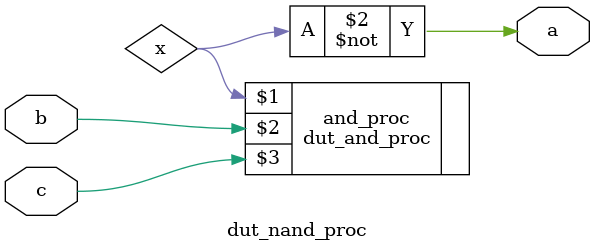
<source format=v>
/*
 Name:        merge8.11a.v
 Author:      Trevor Williams  (phase1geo@gmail.com)
 Date:        04/28/2009
 Purpose:     
*/

module main;

wire a;
reg  b, c;

initial begin
	b = 1'b0;
	c = 1'b0;
	#5;
	c = 1'b1;
end

dut_nand_proc dut( a, b, c );

initial begin
`ifdef DUMP
        $dumpfile( "merge8.11a.vcd" );
        $dumpvars( 0, main );
`endif
        #10;
        $finish;
end

endmodule

module dut_nand_proc(
  output reg  a,
  input  wire b,
  input  wire c
);

wire x;

dut_and_proc and_proc( x, b, c );

always @* begin
  a = ~x;
end

endmodule

</source>
